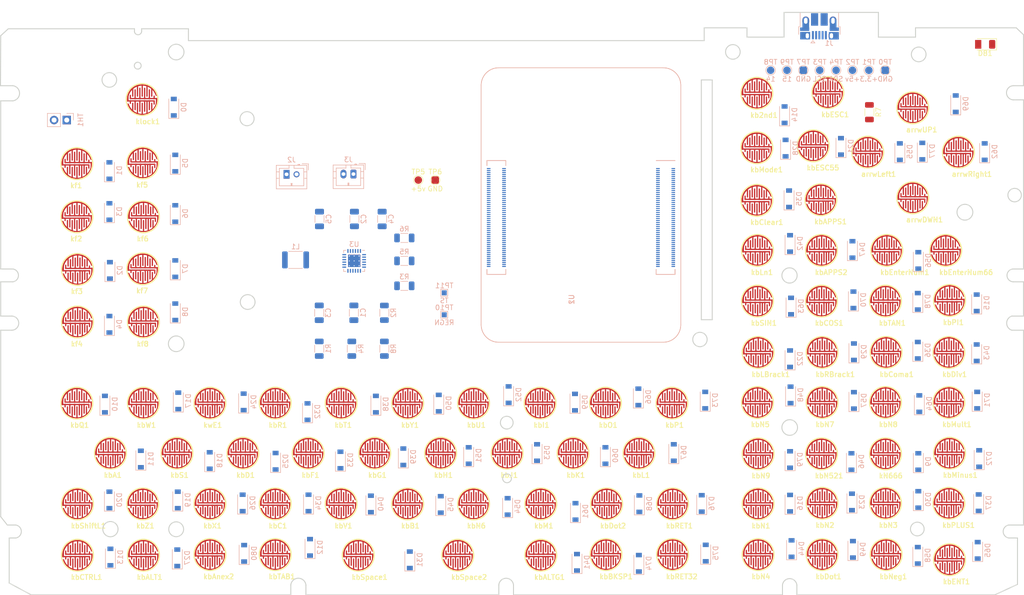
<source format=kicad_pcb>
(kicad_pcb (version 20210228) (generator pcbnew)
  (layers (0 "F.Cu" signal) (31 "B.Cu" signal) (34 "B.Paste" user) (35 "F.Paste" user) (36 "B.SilkS" user "B.Silkscreen") (37 "F.SilkS" user "F.Silkscreen") (38 "B.Mask" user) (39 "F.Mask" user) (44 "Edge.Cuts" user))
  (net 0 "")
  (net 1 "col9")
  (net 2 "col6")
  (net 3 "col7")
  (net 4 "col8")
  (net 5 "col0")
  (net 6 "col2")
  (net 7 "col4")
  (net 8 "col5")
  (net 9 "col3")
  (net 10 "col1")
  (net 14 "+5")
  (net 16 "GND")
  (net 17 "SDA")
  (net 18 "SCL")
  (net 20 "+3.3")
  (net 28 "Net-(D0-Pad2)")
  (net 32 "Net-(D2-Pad2)")
  (net 33 "Net-(D3-Pad2)")
  (net 34 "Net-(D4-Pad2)")
  (net 35 "Net-(D5-Pad2)")
  (net 36 "Net-(D6-Pad2)")
  (net 37 "Net-(D7-Pad2)")
  (net 39 "Net-(D8-Pad2)")
  (net 40 "Net-(D9-Pad2)")
  (net 44 "Net-(D10-Pad2)")
  (net 45 "Net-(D11-Pad2)")
  (net 46 "Net-(D12-Pad2)")
  (net 47 "Net-(D13-Pad2)")
  (net 52 "row0")
  (net 53 "row1")
  (net 54 "row2")
  (net 55 "row3")
  (net 60 "row4")
  (net 61 "row5")
  (net 62 "row6")
  (net 63 "row7")
  (net 67 "Net-(D1-Pad2)")
  (net 70 "Net-(D14-Pad2)")
  (net 71 "Net-(D15-Pad2)")
  (net 72 "Net-(D16-Pad2)")
  (net 73 "Net-(D17-Pad2)")
  (net 74 "Net-(D18-Pad2)")
  (net 75 "Net-(D19-Pad2)")
  (net 76 "Net-(D20-Pad2)")
  (net 77 "Net-(D21-Pad2)")
  (net 78 "Net-(D22-Pad2)")
  (net 79 "Net-(D23-Pad2)")
  (net 80 "Net-(D24-Pad2)")
  (net 81 "Net-(D25-Pad2)")
  (net 82 "Net-(D26-Pad2)")
  (net 83 "Net-(D27-Pad2)")
  (net 84 "Net-(D28-Pad2)")
  (net 85 "Net-(D29-Pad2)")
  (net 86 "Net-(D30-Pad2)")
  (net 87 "Net-(D31-Pad2)")
  (net 88 "Net-(D32-Pad2)")
  (net 89 "Net-(D33-Pad2)")
  (net 90 "Net-(D34-Pad2)")
  (net 91 "Net-(D35-Pad2)")
  (net 92 "Net-(D36-Pad2)")
  (net 93 "Net-(D37-Pad2)")
  (net 94 "Net-(D38-Pad2)")
  (net 95 "Net-(D39-Pad2)")
  (net 96 "Net-(D40-Pad2)")
  (net 97 "Net-(D41-Pad2)")
  (net 98 "Net-(D42-Pad2)")
  (net 99 "Net-(D43-Pad2)")
  (net 100 "Net-(D44-Pad2)")
  (net 101 "Net-(D45-Pad2)")
  (net 102 "Net-(D46-Pad2)")
  (net 103 "Net-(D47-Pad2)")
  (net 104 "Net-(D48-Pad2)")
  (net 105 "Net-(D49-Pad2)")
  (net 106 "Net-(D50-Pad2)")
  (net 107 "Net-(D51-Pad2)")
  (net 108 "Net-(D52-Pad2)")
  (net 109 "Net-(D53-Pad2)")
  (net 110 "Net-(D54-Pad2)")
  (net 111 "Net-(D55-Pad2)")
  (net 112 "Net-(D56-Pad2)")
  (net 113 "Net-(D57-Pad2)")
  (net 114 "Net-(D58-Pad2)")
  (net 115 "Net-(D59-Pad2)")
  (net 116 "Net-(D60-Pad2)")
  (net 117 "Net-(D61-Pad2)")
  (net 118 "Net-(D62-Pad2)")
  (net 119 "Net-(D63-Pad2)")
  (net 120 "Net-(D64-Pad2)")
  (net 121 "Net-(D65-Pad2)")
  (net 122 "Net-(D66-Pad2)")
  (net 123 "Net-(D67-Pad2)")
  (net 124 "Net-(D68-Pad2)")
  (net 125 "Net-(D69-Pad2)")
  (net 126 "Net-(D70-Pad2)")
  (net 127 "Net-(D71-Pad2)")
  (net 128 "Net-(D72-Pad2)")
  (net 129 "Net-(D73-Pad2)")
  (net 130 "Net-(D74-Pad2)")
  (net 131 "Net-(D75-Pad2)")
  (net 132 "Net-(D76-Pad2)")
  (net 133 "Net-(D77-Pad2)")
  (net 134 "Net-(D78-Pad2)")
  (net 135 "Net-(D79-Pad2)")
  (net 136 "Net-(D80-Pad2)")
  (net 138 "Net-(U3-Pad9)")
  (net 139 "Net-(J2-Pad1)")
  (net 140 "Net-(J1-Pad1)")
  (net 218 "SerialPin15")
  (net 220 "SerialPin14")
  (net 237 "Net-(U1-Pad77)")
  (net 238 "+1.8")
  (net 251 "Net-(U3-Pad2)")
  (net 252 "Net-(D81-Pad2)")
  (net 253 "Net-(U3-Pad13)")
  (net 254 "Net-(U3-Pad7)")
  (net 255 "Net-(U3-Pad11)")
  (net 256 "Net-(U3-Pad10)")
  (net 257 "CCVref")
  (net 258 "!ChargeStatus")
  (net 259 "!PowerGood")
  (net 260 "Net-(U3-Pad21)")
  (net 261 "Net-(U3-Pad17)")
  (net 262 "Net-(U3-Pad12)")
  (net 263 "Net-(U3-Pad8)")
  (net 264 "chargeDisable")
  (footprint "18650:Kbpad" (layer "F.Cu") (at 204.343 100.457)
    (fp_text reference "kbLBrack1")
    (fp_text value "(" hide)
  )
  (footprint "18650:Kbpad" (layer "F.Cu") (at 204.089 59.436)
    (fp_text reference "kbMode1")
    (fp_text value "Mode" hide)
  )
  (footprint "18650:Kbpad" (layer "F.Cu") (at 217.043 80.01)
    (fp_text reference "kbAPPS2")
    (fp_text value "Apps" hide)
  )
  (footprint "18650:Kbpad" (layer "F.Cu") (at 67.818 110.617)
    (fp_text reference "kbQ1")
    (fp_text value "Q" hide)
  )
  (footprint "18650:Kbpad" (layer "F.Cu") (at 217.17 110.49)
    (fp_text reference "kbN7")
    (fp_text value "8" hide)
  )
  (footprint "18650:Kbpad" (layer "F.Cu") (at 81.153 141.097)
    (fp_text reference "kbALT1")
    (fp_text value "Alt" hide)
  )
  (footprint "18650:Kbpad" (layer "F.Cu") (at 74.549 120.65)
    (fp_text reference "kbA1")
    (fp_text value "A" hide)
  )
  (footprint "18650:Kbpad" (layer "F.Cu") (at 167.259 120.65)
    (fp_text reference "kbK1")
    (fp_text value "K" hide)
  )
  (footprint "18650:Kbpad" (layer "F.Cu") (at 120.777 130.81)
    (fp_text reference "kbV1")
    (fp_text value "V" hide)
  )
  (footprint "18650:Kbpad" (layer "F.Cu") (at 217.17 140.97)
    (fp_text reference "kbDot1")
    (fp_text value "." hide)
  )
  (footprint "18650:Kbpad" (layer "F.Cu") (at 114.173 120.65)
    (fp_text reference "kbF1")
    (fp_text value "F" hide)
  )
  (footprint "18650:Kbpad" (layer "F.Cu") (at 81.026 62.484)
    (fp_text reference "kf5")
    (fp_text value "F5" hide)
  )
  (footprint "18650:Kbpad" (layer "F.Cu") (at 204.216 80.01)
    (fp_text reference "kbLn1")
    (fp_text value "LN" hide)
  )
  (footprint "18650:Kbpad" (layer "F.Cu") (at 229.87 90.17)
    (fp_text reference "kbTAN1")
    (fp_text value "Tan" hide)
  )
  (footprint "18650:Kbpad" (layer "F.Cu") (at 230.124 80.01)
    (fp_text reference "kbEnterNum1")
    (fp_text value "EnterN" hide)
  )
  (footprint "18650:Kbpad" (layer "F.Cu") (at 160.782 141.097)
    (fp_text reference "kbALTG1")
    (fp_text value "AltG" hide)
  )
  (footprint "18650:Kbpad" (layer "F.Cu") (at 180.467 120.65)
    (fp_text reference "kbL1")
    (fp_text value "L" hide)
  )
  (footprint "18650:Kbpad" (layer "F.Cu") (at 173.99 130.81)
    (fp_text reference "kbDot2")
    (fp_text value "Tet" hide)
  )
  (footprint "18650:Kbpad" (layer "F.Cu") (at 87.884 120.65)
    (fp_text reference "kbS1")
    (fp_text value "S" hide)
  )
  (footprint "18650:Kbpad" (layer "F.Cu") (at 134.112 110.617)
    (fp_text reference "kbY1")
    (fp_text value "Y" hide)
  )
  (footprint "18650:Kbpad" (layer "F.Cu") (at 81.153 94.361)
    (fp_text reference "kf8")
    (fp_text value "F8" hide)
  )
  (footprint "18650:Kbpad" (layer "F.Cu") (at 217.17 130.683)
    (fp_text reference "kbN2")
    (fp_text value "2" hide)
  )
  (footprint "18650:Kbpad" (layer "F.Cu") (at 187.071 110.617)
    (fp_text reference "kbP1")
    (fp_text value "P" hide)
  )
  (footprint "TestPoint:TestPoint_Pad_D1.5mm" (layer "F.Cu") (at 136.4 66)
    (fp_text reference "TP5")
    (fp_text value "+5v")
  )
  (footprint "18650:Kbpad" (layer "F.Cu") (at 67.945 83.82)
    (fp_text reference "kf3")
    (fp_text value "F3" hide)
  )
  (footprint "18650:Kbpad" (layer "F.Cu") (at 204.089 69.977)
    (fp_text reference "kbClear1")
    (fp_text value "Clear" hide)
  )
  (footprint "18650:Kbpad" (layer "F.Cu") (at 154.051 120.65)
    (fp_text reference "kbJ1")
    (fp_text value "J" hide)
  )
  (footprint "18650:Kbpad" (layer "F.Cu") (at 124.206 141.097)
    (fp_text reference "kbSpace1")
    (fp_text value "Space" hide)
  )
  (footprint "18650:Kbpad" (layer "F.Cu") (at 229.87 120.777)
    (fp_text reference "kN666")
    (fp_text value "6" hide)
  )
  (footprint "18650:Kbpad" (layer "F.Cu") (at 67.945 130.81)
    (fp_text reference "kbShiftL1")
    (fp_text value "L-Shift" hide)
  )
  (footprint "18650:Kbpad" (layer "F.Cu") (at 144.145 141.097)
    (fp_text reference "kbSpace2")
    (fp_text value "Space" hide)
  )
  (footprint "18650:Kbpad" (layer "F.Cu") (at 235.331 69.469)
    (fp_text reference "arrwDWN1")
    (fp_text value "ArwDwn" hide)
  )
  (footprint "18650:Kbpad" (layer "F.Cu") (at 242.57 110.49)
    (fp_text reference "kbMult1")
    (fp_text value "*" hide)
  )
  (footprint "TestPoint:TestPoint_Pad_D1.5mm" (layer "F.Cu") (at 139.8 66)
    (fp_text reference "TP6")
    (fp_text value "GND")
  )
  (footprint "18650:Kbpad" (layer "F.Cu") (at 80.899 49.784)
    (fp_text reference "klock1")
    (fp_text value "lock" hide)
  )
  (footprint "18650:Kbpad" (layer "F.Cu") (at 120.777 110.617)
    (fp_text reference "kbT1")
    (fp_text value "T" hide)
  )
  (footprint "18650:Kbpad" (layer "F.Cu") (at 229.87 130.683)
    (fp_text reference "kbN3")
    (fp_text value "3" hide)
  )
  (footprint "18650:Kbpad" (layer "F.Cu") (at 160.782 130.81)
    (fp_text reference "kbM1")
    (fp_text value "M" hide)
  )
  (footprint "18650:Kbpad" (layer "F.Cu") (at 229.87 110.49)
    (fp_text reference "kbN8")
    (fp_text value "9" hide)
  )
  (footprint "18650:Kbpad" (layer "F.Cu") (at 67.818 73.279)
    (fp_text reference "kf2")
    (fp_text value "F2" hide)
  )
  (footprint "18650:Kbpad" (layer "F.Cu") (at 204.216 90.17)
    (fp_text reference "kbSIN1")
    (fp_text value "Sin" hide)
  )
  (footprint "18650:Kbpad" (layer "F.Cu") (at 218.313 48.387)
    (fp_text reference "kbESC1")
    (fp_text value "ESC" hide)
  )
  (footprint "18650:Kbpad" (layer "F.Cu") (at 204.089 48.514)
    (fp_text reference "kb2nd1")
    (fp_text value "2ndUP" hide)
  )
  (footprint "18650:Kbpad" (layer "F.Cu") (at 204.216 110.49)
    (fp_text reference "kbN5")
    (fp_text value "7" hide)
  )
  (footprint "18650:Kbpad" (layer "F.Cu") (at 140.716 120.65)
    (fp_text reference "kbH1")
    (fp_text value "H" hide)
  )
  (footprint "18650:Kbpad" (layer "F.Cu") (at 173.736 110.617)
    (fp_text reference "kbO1")
    (fp_text value "O" hide)
  )
  (footprint "18650:Kbpad" (layer "F.Cu") (at 229.997 140.97)
    (fp_text reference "kbNeg1")
    (fp_text value "(-)" hide)
  )
  (footprint "18650:Kbpad" (layer "F.Cu") (at 81.153 73.279)
    (fp_text reference "kf6")
    (fp_text value "F6" hide)
  )
  (footprint "18650:Kbpad" (layer "F.Cu") (at 204.343 120.777)
    (fp_text reference "kbN9")
    (fp_text value "4" hide)
  )
  (footprint "18650:Kbpad" (layer "F.Cu") (at 127.508 120.65)
    (fp_text reference "kbG1")
    (fp_text value "G" hide)
  )
  (footprint "18650:Kbpad" (layer "F.Cu") (at 244.475 60.325)
    (fp_text reference "arrwRight1")
    (fp_text value "ArwRight" hide)
  )
  (footprint "18650:Kbpad" (layer "F.Cu") (at 81.026 83.693)
    (fp_text reference "kf7")
    (fp_text value "F7" hide)
  )
  (footprint "18650:Kbpad" (layer "F.Cu") (at 67.945 141.097)
    (fp_text reference "kbCTRL1")
    (fp_text value "CTRL" hide)
  )
  (footprint "18650:Kbpad" (layer "F.Cu") (at 204.343 130.81)
    (fp_text reference "kbN1")
    (fp_text value "1" hide)
  )
  (footprint "18650:Kbpad" (layer "F.Cu") (at 216.916 69.85)
    (fp_text reference "kbAPPS1")
    (fp_text value "Apps" hide)
  )
  (footprint "LED_SMD:LED_1206_3216Metric" (layer "F.Cu") (at 250 38.8 180)
    (fp_text reference "D81")
    (fp_text value "CHG/ERR")
  )
  (footprint "18650:Kbpad" (layer "F.Cu") (at 67.945 94.361)
    (fp_text reference "kf4")
    (fp_text value "F4" hide)
  )
  (footprint "18650:Kbpad" (layer "F.Cu") (at 173.863 140.97)
    (fp_text reference "kbBKSP1")
    (fp_text value "BckSp" hide)
  )
  (footprint "18650:Kbpad" (layer "F.Cu") (at 242.697 120.65)
    (fp_text reference "kbMinus1")
    (fp_text value "Minus" hide)
  )
  (footprint "18650:Kbpad" (layer "F.Cu") (at 94.488 130.81)
    (fp_text reference "kbX1")
    (fp_text value "X" hide)
  )
  (footprint "18650:Kbpad" (layer "F.Cu") (at 101.092 120.65)
    (fp_text reference "kbD1")
    (fp_text value "D" hide)
  )
  (footprint "18650:Kbpad" (layer "F.Cu") (at 160.655 110.617)
    (fp_text reference "kbI1")
    (fp_text value "I" hide)
  )
  (footprint "18650:Kbpad" (layer "F.Cu") (at 134.112 130.81)
    (fp_text reference "kbB1")
    (fp_text value "B" hide)
  )
  (footprint "18650:Kbpad" (layer "F.Cu") (at 235.331 51.435)
    (fp_text reference "arrwUP1")
    (fp_text value "ArwUP" hide)
  )
  (footprint "18650:Kbpad" (layer "F.Cu") (at 67.818 62.611)
    (fp_text reference "kf1")
    (fp_text value "F1" hide)
  )
  (footprint "18650:Kbpad" (layer "F.Cu") (at 81.153 110.617)
    (fp_text reference "kbW1")
    (fp_text value "W" hide)
  )
  (footprint "18650:Kbpad" (layer "F.Cu") (at 107.569 140.97)
    (fp_text reference "kbTAB1")
    (fp_text value "TAB" hide)
  )
  (footprint "18650:Kbpad" (layer "F.Cu") (at 226.314 60.325)
    (fp_text reference "arrwLeft1")
    (fp_text value "ArwLeft" hide)
  )
  (footprint "18650:Kbpad" (layer "F.Cu") (at 241.935 80.01)
    (fp_text reference "kbEnterNum66")
    (fp_text value "EnterN" hide)
  )
  (footprint "18650:Kbpad" (layer "F.Cu") (at 242.697 141.986)
    (fp_text reference "kbENT1")
    (fp_text value "ENTER" hide)
  )
  (footprint "18650:Kbpad" (layer "F.Cu") (at 204.343 140.97)
    (fp_text reference "kbN4")
    (fp_text value "0" hide)
  )
  (footprint "18650:Kbpad" (layer "F.Cu") (at 107.569 110.617)
    (fp_text reference "kbR1")
    (fp_text value "R" hide)
  )
  (footprint "18650:Kbpad" (layer "F.Cu") (at 229.997 100.457)
    (fp_text reference "kbComa1")
    (fp_text value "Coma" hide)
  )
  (footprint "18650:Kbpad" (layer "F.Cu") (at 94.488 140.97)
    (fp_text reference "kbAnex2")
    (fp_text value "BTN2" hide)
  )
  (footprint "18650:Kbpad" (layer "F.Cu") (at 215.392 59.055)
    (fp_text reference "kbESC55")
    (fp_text value "ESC" hide)
  )
  (footprint "18650:Kbpad" (layer "F.Cu") (at 217.043 90.17)
    (fp_text reference "kbCOS1")
    (fp_text value "Cos" hide)
  )
  (footprint "18650:Kbpad" (layer "F.Cu") (at 107.569 130.81)
    (fp_text reference "kbC1")
    (fp_text value "C" hide)
  )
  (footprint "Resistor_SMD:R_1206_3216Metric" (layer "F.Cu") (at 226.8 52.4 -90)
    (fp_text reference "R7")
    (fp_text value "10K")
  )
  (footprint "18650:Kbpad" (layer "F.Cu") (at 147.32 110.617)
    (fp_text reference "kbU1")
    (fp_text value "U" hide)
  )
  (footprint "18650:Kbpad" (layer "F.Cu") (at 81.026 130.81)
    (fp_text reference "kbZ1")
    (fp_text value "Z" hide)
  )
  (footprint "18650:Kbpad" (layer "F.Cu") (at 187.198 140.97)
    (fp_text reference "kbRET32")
    (fp_text value "Return" hide)
  )
  (footprint "18650:Kbpad" (layer "F.Cu") (at 217.17 100.457)
    (fp_text reference "kbRBrack1")
    (fp_text value ")" hide)
  )
  (footprint "18650:Kbpad" (layer "F.Cu") (at 242.697 90.043)
    (fp_text reference "kbPI1")
    (fp_text value "PI" hide)
  )
  (footprint "18650:Kbpad" (layer "F.Cu") (at 217.043 120.777)
    (fp_text reference "kbN521")
    (fp_text value "5" hide)
  )
  (footprint "18650:Kbpad" (layer "F.Cu") (at 187.198 130.81)
    (fp_text reference "kbRET1")
    (fp_text value "Return" hide)
  )
  (footprint "18650:Kbpad" (layer "F.Cu") (at 94.488 110.617)
    (fp_text reference "kwE1")
    (fp_text value "E" hide)
  )
  (footprint "18650:Kbpad" (layer "F.Cu") (at 242.57 100.457)
    (fp_text reference "kbDiv1")
    (fp_text value "/" hide)
  )
  (footprint "18650:Kbpad" (layer "F.Cu") (at 147.32 130.81)
    (fp_text reference "kbN6")
    (fp_text value "N" hide)
  )
  (footprint "18650:Kbpad" (layer "F.Cu") (at 242.57 130.683)
    (fp_text reference "kbPLUS1")
    (fp_text value "+" hide)
  )
  (footprint "TestPoint:TestPoint_Pad_1.0x1.0mm" (layer "B.Cu") (at 141.6 93 180)
    (fp_text reference "TP10")
    (fp_text value "REGN")
  )
  (footprint "Capacitor_SMD:C_1206_3216Metric" (layer "B.Cu") (at 129.15 73.8 -90)
    (fp_text reference "C4")
    (fp_text value "1uF")
  )
  (footprint "Diode_SMD:D_SOD-123" (layer "B.Cu") (at 236.5 100.1 90)
    (fp_text reference "D36")
    (fp_text value "1N4148W")
  )
  (footprint "TestPoint:TestPoint_Pad_D1.5mm" (layer "B.Cu") (at 210.281292 44 180)
    (fp_text reference "TP9")
    (fp_text value "15")
  )
  (footprint "Diode_SMD:D_SOD-123" (layer "B.Cu") (at 193.9 110.1 90)
    (fp_text reference "D73")
    (fp_text value "1N4148W")
  )
  (footprint "Diode_SMD:D_SOD-123" (layer "B.Cu") (at 211.1 91.25 90)
    (fp_text reference "D63")
    (fp_text value "1N4148W")
  )
  (footprint "Diode_SMD:D_SOD-123" (layer "B.Cu") (at 73.6 110.9 90)
    (fp_text reference "D10")
    (fp_text value "1N4148W")
  )
  (footprint "Diode_SMD:D_SOD-123" (layer "B.Cu") (at 120.8 122.1 90)
    (fp_text reference "D33")
    (fp_text value "1N4148W")
  )
  (footprint "Diode_SMD:D_SOD-123" (layer "B.Cu") (at 133.4 121.45 90)
    (fp_text reference "D39")
    (fp_text value "1N4148W")
  )
  (footprint "Diode_SMD:D_SOD-123" (layer "B.Cu") (at 114.2 112.4 90)
    (fp_text reference "D32")
    (fp_text value "1N4148W")
  )
  (footprint "TestPoint:TestPoint_Pad_D1.5mm" (layer "B.Cu") (at 226.687752 44 180)
    (fp_text reference "TP1")
    (fp_text value "+3.3")
  )
  (footprint "Diode_SMD:D_SOD-123" (layer "B.Cu") (at 223.5 140 90)
    (fp_text reference "D49")
    (fp_text value "1N4148W")
  )
  (footprint "Diode_SMD:D_SOD-123" (layer "B.Cu") (at 223.7 110.15 90)
    (fp_text reference "D57")
    (fp_text value "1N4148W")
  )
  (footprint "Diode_SMD:D_SOD-123" (layer "B.Cu") (at 223.2 122.4 90)
    (fp_text reference "D46")
    (fp_text value "1N4148W")
  )
  (footprint "Diode_SMD:D_SOD-123" (layer "B.Cu") (at 180.5 109.45 90)
    (fp_text reference "D66")
    (fp_text value "1N4148W")
  )
  (footprint "Diode_SMD:D_SOD-123" (layer "B.Cu") (at 223.7 100.4 90)
    (fp_text reference "D29")
    (fp_text value "1N4148W")
  )
  (footprint "Resistor_SMD:R_1206_3216Metric" (layer "B.Cu") (at 129.6 92.6 90)
    (fp_text reference "R2")
    (fp_text value "5.23K")
  )
  (footprint "Diode_SMD:D_SOD-123" (layer "B.Cu") (at 210.9 101.8 90)
    (fp_text reference "D22")
    (fp_text value "1N4148W")
  )
  (footprint "TestPoint:TestPoint_Pad_1.0x1.0mm" (layer "B.Cu") (at 141.6 88.6 180)
    (fp_text reference "TP11")
    (fp_text value "TS")
  )
  (footprint "Diode_SMD:D_SOD-123" (layer "B.Cu") (at 232.9 60.3 90)
    (fp_text reference "D55")
    (fp_text value "1N4148W")
  )
  (footprint "Diode_SMD:D_SOD-123" (layer "B.Cu") (at 154.5 109 90)
    (fp_text reference "D52")
    (fp_text value "1N4148W")
  )
  (footprint "Diode_SMD:D_SOD-123" (layer "B.Cu") (at 88.3 110.25 90)
    (fp_text reference "D17")
    (fp_text value "1N4148W")
  )
  (footprint "Capacitor_SMD:C_1206_3216Metric" (layer "B.Cu") (at 123.49 92.6 90)
    (fp_text reference "C1")
    (fp_text value "4.7 uF")
  )
  (footprint "Diode_SMD:D_SOD-123" (layer "B.Cu") (at 236.6 82.1 90)
    (fp_text reference "D56")
    (fp_text value "1N4148W")
  )
  (footprint "Diode_SMD:D_SOD-123" (layer "B.Cu") (at 101.2 130.7 90)
    (fp_text reference "D26")
    (fp_text value "1N4148W")
  )
  (footprint "Connector_USB:USB_Micro-B_Amphenol_10103594-0001LF_Horizontal" (layer "B.Cu") (at 216.8 35.2)
    (fp_text reference "J1")
    (fp_text value "USB_B")
  )
  (footprint "Diode_SMD:D_SOD-123" (layer "B.Cu") (at 210.7 69.75 90)
    (fp_text reference "D35")
    (fp_text value "1N4148W")
  )
  (footprint "Diode_SMD:D_SOD-123" (layer "B.Cu") (at 94.6 122.2 90)
    (fp_text reference "D18")
    (fp_text value "1N4148W")
  )
  (footprint "Diode_SMD:D_SOD-123" (layer "B.Cu") (at 210 59.6 90)
    (fp_text reference "D28")
    (fp_text value "1N4148W")
  )
  (footprint "Diode_SMD:D_SOD-123" (layer "B.Cu") (at 74.5 64.1 90)
    (fp_text reference "D1")
    (fp_text value "1N4148W")
  )
  (footprint "Diode_SMD:D_SOD-123" (layer "B.Cu") (at 237.4 60.2 90)
    (fp_text reference "D77")
    (fp_text value "1N4148W")
  )
  (footprint "Resistor_SMD:R_1206_3216Metric" (layer "B.Cu") (at 123.075 99.8 90)
    (fp_text reference "R4")
    (fp_text value "CALC")
  )
  (footprint "Diode_SMD:D_SOD-123" (layer "B.Cu") (at 87.7 83.75 90)
    (fp_text reference "D7")
    (fp_text value "1N4148W")
  )
  (footprint "Diode_SMD:D_SOD-123" (layer "B.Cu") (at 211.2 139.85 90)
    (fp_text reference "D44")
    (fp_text value "1N4148W")
  )
  (footprint "Diode_SMD:D_SOD-123" (layer "B.Cu") (at 167.8 110.5 90)
    (fp_text reference "D59")
    (fp_text value "1N4148W")
  )
  (footprint "Diode_SMD:D_SOD-123" (layer "B.Cu") (at 248.7 130.65 90)
    (fp_text reference "D37")
    (fp_text value "1N4148W")
  )
  (footprint "Diode_SMD:D_SOD-123" (layer "B.Cu") (at 74.5 94.9 90)
    (fp_text reference "D4")
    (fp_text value "1N4148W")
  )
  (footprint "Diode_SMD:D_SOD-123" (layer "B.Cu") (at 101.4 110.45 90)
    (fp_text reference "D24")
    (fp_text value "1N4148W")
  )
  (footprint "Diode_SMD:D_SOD-123" (layer "B.Cu") (at 209.8 52.9 90)
    (fp_text reference "D14")
    (fp_text value "1N4148W")
  )
  (footprint "Diode_SMD:D_SOD-123" (layer "B.Cu") (at 180.7 130.85 90)
    (fp_text reference "D68")
    (fp_text value "1N4148W")
  )
  (footprint "Diode_SMD:D_SOD-123" (layer "B.Cu") (at 210.9 78.7 90)
    (fp_text reference "D42")
    (fp_text value "1N4148W")
  )
  (footprint "Connector_PinSocket_2.54mm:PinSocket_1x02_P2.54mm_Vertical" (layer "B.Cu") (at 65.95 53.975 90)
    (fp_text reference "TH1")
    (fp_text value "10K")
  )
  (footprint "Diode_SMD:D_SOD-123" (layer "B.Cu") (at 160.2 120.6 90)
    (fp_text reference "D53")
    (fp_text value "1N4148W")
  )
  (footprint "Diode_SMD:D_SOD-123" (layer "B.Cu") (at 87.7 72.7 90)
    (fp_text reference "D6")
    (fp_text value "1N4148W")
  )
  (footprint "TestPoint:TestPoint_Pad_D1.5mm" (layer "B.Cu") (at 216.843876 44 180)
    (fp_text reference "TP3")
    (fp_text value "SCL")
  )
  (footprint "Diode_SMD:D_SOD-123" (layer "B.Cu") (at 248.3 90.6 90)
    (fp_text reference "D15")
    (fp_text value "1N4148W")
  )
  (footprint "Diode_SMD:D_SOD-123" (layer "B.Cu") (at 236.5 90.3 90)
    (fp_text reference "D78")
    (fp_text value "1N4148W")
  )
  (footprint "Diode_SMD:D_SOD-123" (layer "B.Cu") (at 180.6 142.8 90)
    (fp_text reference "D74")
    (fp_text value "1N4148W")
  )
  (footprint "Diode_SMD:D_SOD-123" (layer "B.Cu") (at 126.9 130.9 90)
    (fp_text reference "D40")
    (fp_text value "1N4148W")
  )
  (footprint "Diode_SMD:D_SOD-123" (layer "B.Cu") (at 236.5 141.2 90)
    (fp_text reference "D58")
    (fp_text value "1N4148W")
  )
  (footprint "Diode_SMD:D_SOD-123" (layer "B.Cu") (at 114.4 130.7 90)
    (fp_text reference "D34")
    (fp_text value "1N4148W")
  )
  (footprint "Capacitor_SMD:C_1206_3216Metric" (layer "B.Cu") (at 116.55 92.6 -90)
    (fp_text reference "C3")
    (fp_text value "47nF")
  )
  (footprint "Diode_SMD:D_SOD-123" (layer "B.Cu") (at 74.5 72.3 90)
    (fp_text reference "D3")
    (fp_text value "1N4148W")
  )
  (footprint "Diode_SMD:D_SOD-123" (layer "B.Cu") (at 187.6 120.6 90)
    (fp_text reference "D67")
    (fp_text value "1N4148W")
  )
  (footprint "Diode_SMD:D_SOD-123" (layer "B.Cu") (at 101.5 140.8 90)
    (fp_text reference "D80")
    (fp_text value "1N4148W")
  )
  (footprint "Diode_SMD:D_SOD-123" (layer "B.Cu") (at 248.4 110.1 90)
    (fp_text reference "D71")
    (fp_text value "1N4148W")
  )
  (footprint "Diode_SMD:D_SOD-123" (layer "B.Cu") (at 114.7 139.6 90)
    (fp_text reference "D12")
    (fp_text value "1N4148W")
  )
  (footprint "Diode_SMD:D_SOD-123" (layer "B.Cu") (at 193.2 130.8 90)
    (fp_text reference "D76")
    (fp_text value "1N4148W")
  )
  (footprint "Diode_SMD:D_SOD-123" (layer "B.Cu") (at 210.9 130.75 90)
    (fp_text reference "D16")
    (fp_text value "1N4148W")
  )
  (footprint "Diode_SMD:D_SOD-123" (layer "B.Cu") (at 154.3 131.4 90)
    (fp_text reference "D54")
    (fp_text value "1N4148W")
  )
  (footprint "TestPoint:TestPoint_Pad_D1.5mm" (layer "B.Cu") (at 213.562584 43.995875 180)
    (fp_text reference "TP7")
    (fp_text value "GND")
  )
  (footprint "Diode_SMD:D_SOD-123" (layer "B.Cu") (at 236.6 122.4 90)
    (fp_text reference "D9")
    (fp_text value "1N4148W")
  )
  (footprint "Inductor_SMD:L_1812_4532Metric" (layer "B.Cu") (at 111.8 82 180)
    (fp_text reference "L1")
    (fp_text value "1uH")
  )
  (footprint "Diode_SMD:D_SOD-123" (layer "B.Cu") (at 140.5 110.7 90)
    (fp_text reference "D50")
    (fp_text value "1N4148W")
  )
  (footprint "Diode_SMD:D_SOD-123" (layer "B.Cu") (at 88.2 130.1 90)
    (fp_text reference "D19")
    (fp_text value "1N4148W")
  )
  (footprint "Package_DFN_QFN:VQFN-24-1EP_4x4mm_P0.5mm_EP2.45x2.45mm_ThermalVias" (layer "B.Cu") (at 123.55 82.2 180)
    (fp_text reference "U3")
    (fp_text value "BQ25887RGET")
  )
  (footprint "Connector_JST:JST_PH_B2B-PH-K_1x02_P2.00mm_Vertical" (layer "B.Cu") (at 123.4 64.8 180)
    (fp_text reference "J3")
    (fp_text value "Conn_01x02")
  )
  (footprint "Diode_SMD:D_SOD-123" (layer "B.Cu") (at 87.7 62.6 90)
    (fp_text reference "D5")
    (fp_text value "1N4148W")
  )
  (footprint "TestPoint:TestPoint_Pad_D1.5mm" (layer "B.Cu") (at 223.40646 44 180)
    (fp_text reference "TP2")
    (fp_text value "+5v")
  )
  (footprint "Diode_SMD:D_SOD-123" (layer "B.Cu") (at 87.7 92.4 90)
    (fp_text reference "D8")
    (fp_text value "1N4148W")
  )
  (footprint "Diode_SMD:D_SOD-123" (layer "B.Cu") (at 140.9 131 90)
    (fp_text reference "D45")
    (fp_text value "1N4148W")
  )
  (footprint "Diode_SMD:D_SOD-123" (layer "B.Cu") (at 221.1 59.25 90)
    (fp_text reference "D21")
    (fp_text value "1N4148W")
  )
  (footprint "Diode_SMD:D_SOD-123" (layer "B.Cu") (at 74.7 141.55 90)
    (fp_text reference "D13")
    (fp_text value "1N4148W")
  )
  (footprint "Diode_SMD:D_SOD-123" (layer "B.Cu") (at 80.8 121.9 90)
    (fp_text reference "D11")
    (fp_text value "1N4148W")
  )
  (footprint "Resistor_SMD:R_1206_3216Metric" (layer "B.Cu") (at 116.55 99.8 90)
    (fp_text reference "R1")
    (fp_text value "30.1K")
  )
  (footprint "Diode_SMD:D_SOD-123" (layer "B.Cu") (at 74.6 84.1 90)
    (fp_text reference "D2")
    (fp_text value "1N4148W")
  )
  (footprint "CM4:Raspberry-Pi-4-Compute-Module" (layer "B.Cu") (at 169 73.5 180)
    (fp_text reference "U1")
    (fp_text value "Compute_Module_4_Connectors")
  )
  (footprint "Diode_SMD:D_SOD-123" (layer "B.Cu") (at 194 140.75 90)
    (fp_text reference "D75")
    (fp_text value "1N4148W")
  )
  (footprint "Diode_SMD:D_SOD-123" (layer "B.Cu") (at 87.4 51.4 90)
    (fp_text reference "D0")
    (fp_text value "1N4148W")
  )
  (footprint "Diode_SMD:D_SOD-123" (layer "B.Cu") (at 167.9 132.4 90)
    (fp_text reference "D61")
    (fp_text value "1N4148W")
  )
  (footprint "CM4:Raspberry-Pi-4-Compute-Module" (layer "B.Cu") (at 169 73.5 180)
    (fp_text reference "U2")
    (fp_text value "Compute_Module_4_Connectors")
  )
  (footprint "TestPoint:TestPoint_Pad_D1.5mm" (layer "B.Cu") (at 220.125168 44 180)
    (fp_text reference "TP4")
    (fp_text value "SDA")
  )
  (footprint "Diode_SMD:D_SOD-123" (layer "B.Cu") (at 173.9 121.2 90)
    (fp_text reference "D60")
    (fp_text value "1N4148W")
  )
  (footprint "Resistor_SMD:R_1206_3216Metric" (layer "B.Cu") (at 133.6 87.2 180)
    (fp_text reference "R3")
    (fp_text value "383")
  )
  (footprint "Capacitor_SMD:C_1206_3216Metric" (layer "B.Cu") (at 116.6 73.8 90)
    (fp_text reference "C5")
    (fp_text value "10 uF")
  )
  (footprint "Diode_SMD:D_SOD-123" (layer "B.Cu") (at 248.5 140.2 90)
    (fp_text reference "D65")
    (fp_text value "1N4148W")
  )
  (footprint "Diode_SMD:D_SOD-123" (layer "B.Cu") (at 146.5 121.2 90)
    (fp_text reference "D51")
    (fp_text value "1N4148W")
  )
  (footprint "Diode_SMD:D_SOD-123" (layer "B.Cu") (at 223.3 130.5 90)
    (fp_text reference "D23")
    (fp_text value "1N4148W")
  )
  (footprint "Diode_SMD:D_SOD-123" (layer "B.Cu") (at 236.6 130 90)
    (fp_text reference "D30")
    (fp_text value "1N4148W")
  )
  (footprint "Diode_SMD:D_SOD-123" (layer "B.Cu") (at 236.8 110.8 90)
    (fp_text reference "D64")
    (fp_text value "1N4148W")
  )
  (footprint "Diode_SMD:D_SOD-123" (layer "B.Cu") (at 127.9 110.9 90)
    (fp_text reference "D38")
    (fp_text value "1N4148W")
  )
  (footprint "Diode_SMD:D_SOD-123" (layer "B.Cu") (at 134.7 142.1 90)
    (fp_text reference "D31")
    (fp_text value "1N4148W")
  )
  (footprint "Diode_SMD:D_SOD-123" (layer "B.Cu") (at 107.8 122.35 90)
    (fp_text reference "D25")
    (fp_text value "1N4148W")
  )
  (footprint "Diode_SMD:D_SOD-123" (layer "B.Cu") (at 74.5 130.1 90)
    (fp_text reference "D20")
    (fp_text value "1N4148W")
  )
  (footprint "Connector_JST:JST_PH_B2B-PH-K_1x02_P2.00mm_Vertical" (layer "B.Cu") (at 112 64.85 180)
    (fp_text reference "J2")
    (fp_text value "Conn_01x02")
  )
  (footprint "Diode_SMD:D_SOD-123" (layer "B.Cu") (at 223.6 90 90)
    (fp_text reference "D70")
    (fp_text value "1N4148W")
  )
  (footprint "TestPoint:TestPoint_Pad_D1.5mm" (layer "B.Cu") (at 207 44 180)
    (fp_text reference "TP8")
    (fp_text value "14")
  )
  (footprint "Diode_SMD:D_SOD-123" (layer "B.Cu") (at 248.3 100.6 90)
    (fp_text reference "D43")
    (fp_text value "1N4148W")
  )
  (footprint "Capacitor_SMD:C_1206_3216Metric" (layer "B.Cu") (at 123.6 73.8 90)
    (fp_text reference "C2")
    (fp_text value "10 uF")
  )
  (footprint "Diode_SMD:D_SOD-123" (layer "B.Cu") (at 248.8 121.8 90)
    (fp_text reference "D72")
    (fp_text value "1N4148W")
  )
  (footprint "Diode_SMD:D_SOD-123" (layer "B.Cu") (at 210.9 122 90)
    (fp_text reference "D79")
    (fp_text value "1N4148W")
  )
  (footprint "Diode_SMD:D_SOD-123" (layer "B.Cu") (at 211 109.05 90)
    (fp_text reference "D48")
    (fp_text value "1N4148W")
  )
  (footprint "Resistor_SMD:R_1206_3216Metric" (layer "B.Cu") (at 133.6 82.2 180)
    (fp_text reference "R5")
    (fp_text value "10K")
  )
  (footprint "TestPoint:TestPoint_Pad_D1.5mm" (layer "B.Cu") (at 229.969048 44 180)
    (fp_text reference "TP0")
    (fp_text value "GND")
  )
  (footprint "Resistor_SMD:R_1206_3216Metric" (layer "B.Cu") (at 129.6 99.8 90)
    (fp_text reference "R8")
    (fp_text value "300")
  )
  (footprint "Diode_SMD:D_SOD-123" (layer "B.Cu") (at 244.1 50.7 90)
    (fp_text reference "D69")
    (fp_text value "1N4148W")
  )
  (footprint "Diode_SMD:D_SOD-123" (layer "B.Cu") (at 249.9 60.3 90)
    (fp_text reference "D62")
    (fp_text value "1N4148W")
  )
  (footprint "Diode_SMD:D_SOD-123" (layer "B.Cu") (at 88.1 141.7 90)
    (fp_text reference "D27")
    (fp_text value "1N4148W")
  )
  (footprint "Diode_SMD:D_SOD-123" (layer "B.Cu") (at 223.4 79.9 90)
    (fp_text reference "D47")
    (fp_text value "1N4148W")
  )
  (footprint "Resistor_SMD:R_1206_3216Metric" (layer "B.Cu") (at 133.6 77.6)
    (fp_text reference "R6")
    (fp_text value "10K")
  )
  (footprint "Diode_SMD:D_SOD-123" (layer "B.Cu") (at 168.2 142.6 90)
    (fp_text reference "D41")
    (fp_text value "1N4148W")
  )
  (gr_circle (center 87.878047 40.344488) (end 89.444787 40.344488) (layer "Edge.Cuts") (width 0.2) (fill none))
  (gr_line (start 79.511033 36.156607) (end 79.511033 35.679961) (layer "Edge.Cuts") (width 0.2))
  (gr_line (start 255.606555 83.823101) (end 257.689234 83.823101) (layer "Edge.Cuts") (width 0.2))
  (gr_line (start 110.846228 149.119453) (end 110.846228 147.163339) (layer "Edge.Cuts") (width 0.2))
  (gr_circle (center 74.483398 45.931651) (end 75.949141 45.931651) (layer "Edge.Cuts") (width 0.2) (fill none))
  (gr_arc (start 210.82 147.32) (end 212.262719 147.163339) (angle -167.6054087) (layer "Edge.Cuts") (width 0.2))
  (gr_line (start 209.377282 149.119453) (end 209.377282 147.163339) (layer "Edge.Cuts") (width 0.2))
  (gr_line (start 193.118721 45.931651) (end 193.118721 93.981961) (layer "Edge.Cuts") (width 0.2))
  (gr_line (start 54.04491 135.132346) (end 55.745854 135.132346) (layer "Edge.Cuts") (width 0.2))
  (gr_line (start 152.531859 149.119453) (end 152.531859 147.163339) (layer "Edge.Cuts") (width 0.2))
  (gr_circle (center 154.125536 114.61403) (end 155.404122 114.61403) (layer "Edge.Cuts") (width 0.2) (fill none))
  (gr_line (start 255.331018 93.260233) (end 257.689234 93.260233) (layer "Edge.Cuts") (width 0.2))
  (gr_line (start 257.689234 96.090722) (end 255.331018 96.090722) (layer "Edge.Cuts") (width 0.2))
  (gr_line (start 193.118721 93.981961) (end 195.303758 93.981961) (layer "Edge.Cuts") (width 0.2))
  (gr_line (start 52.717112 93.260233) (end 54.959219 93.260233) (layer "Edge.Cuts") (width 0.2))
  (gr_line (start 54.959219 96.090722) (end 52.717112 96.090722) (layer "Edge.Cuts") (width 0.2))
  (gr_line (start 193.694947 38.05739) (end 90.332734 38.05739) (layer "Edge.Cuts") (width 0.2))
  (gr_circle (center 192.840498 97.951596) (end 194.284512 97.951596) (layer "Edge.Cuts") (width 0.2) (fill none))
  (gr_circle (center 199.435898 40.316777) (end 200.901773 40.316777) (layer "Edge.Cuts") (width 0.2) (fill none))
  (gr_line (start 54.421544 137.726318) (end 54.421544 146.763476) (layer "Edge.Cuts") (width 0.2))
  (gr_circle (center 102.206153 90.441791) (end 103.68554 90.441791) (layer "Edge.Cuts") (width 0.2) (fill none))
  (gr_line (start 113.877101 149.119453) (end 152.531859 149.119453) (layer "Edge.Cuts") (width 0.2))
  (gr_line (start 255.606555 47.090876) (end 257.689234 47.090876) (layer "Edge.Cuts") (width 0.2))
  (gr_line (start 195.303758 45.931651) (end 193.118721 45.931651) (layer "Edge.Cuts") (width 0.2))
  (gr_line (start 251.944476 149.119453) (end 256.471212 147.020908) (layer "Edge.Cuts") (width 0.2))
  (gr_circle (center 74.701449 135.95338) (end 76.228335 135.95338) (layer "Edge.Cuts") (width 0.2) (fill none))
  (gr_arc (start 255.79535 94.675477) (end 255.331018 93.260233) (angle -143.6713864) (layer "Edge.Cuts") (width 0.2))
  (gr_line (start 257.689234 83.823101) (end 257.689234 49.923788) (layer "Edge.Cuts") (width 0.2))
  (gr_line (start 54.421544 146.763476) (end 58.807415 149.119453) (layer "Edge.Cuts") (width 0.2))
  (gr_line (start 257.689234 47.090876) (end 257.689234 36.881652) (layer "Edge.Cuts") (width 0.2))
  (gr_line (start 212.262719 149.119453) (end 251.944476 149.119453) (layer "Edge.Cuts") (width 0.2))
  (gr_line (start 254.728595 135.132346) (end 257.689234 135.132346) (layer "Edge.Cuts") (width 0.2))
  (gr_line (start 257.689234 135.132346) (end 257.689234 96.090722) (layer "Edge.Cuts") (width 0.2))
  (gr_line (start 52.717112 86.388986) (end 52.717112 93.260233) (layer "Edge.Cuts") (width 0.2))
  (gr_line (start 52.717112 133.461221) (end 54.04491 135.132346) (layer "Edge.Cuts") (width 0.2))
  (gr_line (start 113.877101 147.163339) (end 113.877101 149.119453) (layer "Edge.Cuts") (width 0.2))
  (gr_circle (center 236.679784 40.819986) (end 238.151394 40.819986) (layer "Edge.Cuts") (width 0.2) (fill none))
  (gr_arc (start 255.690745 48.507332) (end 255.606555 47.090876) (angle -173.1970275) (layer "Edge.Cuts") (width 0.2))
  (gr_line (start 202.267532 37.359827) (end 202.267532 35.489194) (layer "Edge.Cuts") (width 0.2))
  (gr_line (start 54.241741 35.679961) (end 52.717112 37.069415) (layer "Edge.Cuts") (width 0.2))
  (gr_line (start 256.221918 35.489194) (end 236.043554 35.489194) (layer "Edge.Cuts") (width 0.2))
  (gr_arc (start 112.361665 147.31651) (end 113.877101 147.163339) (angle -168.4570531) (layer "Edge.Cuts") (width 0.2))
  (gr_line (start 80.960981 35.679961) (end 80.960981 36.156607) (layer "Edge.Cuts") (width 0.2))
  (gr_line (start 55.171351 86.388986) (end 52.717112 86.388986) (layer "Edge.Cuts") (width 0.2))
  (gr_line (start 257.689234 93.260233) (end 257.689234 86.388986) (layer "Edge.Cuts") (width 0.2))
  (gr_circle (center 245.939281 72.444126) (end 247.524355 72.444126) (layer "Edge.Cuts") (width 0.2) (fill none))
  (gr_line (start 55.745854 137.726318) (end 54.421544 137.726318) (layer "Edge.Cuts") (width 0.2))
  (gr_arc (start 80.236007 36.147063) (end 79.511033 36.156607) (angle -178.4914123) (layer "Edge.Cuts") (width 0.2))
  (gr_circle (center 87.88076 135.979552) (end 89.371628 135.979552) (layer "Edge.Cuts") (width 0.2) (fill none))
  (gr_line (start 212.262719 147.163339) (end 212.262719 149.119453) (layer "Edge.Cuts") (width 0.2))
  (gr_circle (center 80.175766 43.078464) (end 80.864428 43.078464) (layer "Edge.Cuts") (width 0.2) (fill none))
  (gr_line (start 52.717112 50.122276) (end 52.717112 83.823101) (layer "Edge.Cuts") (width 0.2))
  (gr_line (start 193.694947 35.489194) (end 193.694947 38.05739) (layer "Edge.Cuts") (width 0.2))
  (gr_circle (center 87.888351 98.810974) (end 89.458259 98.810974) (layer "Edge.Cuts") (width 0.2) (fill none))
  (gr_line (start 257.689234 49.923788) (end 255.606555 49.923788) (layer "Edge.Cuts") (width 0.2))
  (gr_line (start 90.332734 35.679961) (end 80.960981 35.679961) (layer "Edge.Cuts") (width 0.2))
  (gr_line (start 52.717112 96.090722) (end 52.717112 133.461221) (layer "Edge.Cuts") (width 0.2))
  (gr_line (start 58.807415 149.119453) (end 110.846228 149.119453) (layer "Edge.Cuts") (width 0.2))
  (gr_circle (center 154.180538 125.769149) (end 155.067666 125.769149) (layer "Edge.Cuts") (width 0.2) (fill none))
  (gr_circle (center 210.791464 85.116178) (end 212.317255 85.116178) (layer "Edge.Cuts") (width 0.2) (fill none))
  (gr_line (start 55.171351 50.122276) (end 52.717112 50.122276) (layer "Edge.Cuts") (width 0.2))
  (gr_line (start 236.043554 35.489194) (end 236.043554 37.359827) (layer "Edge.Cuts") (width 0.2))
  (gr_line (start 90.332734 38.05739) (end 90.332734 35.679961) (layer "Edge.Cuts") (width 0.2))
  (gr_circle (center 102.083289 53.701064) (end 103.49673 53.701064) (layer "Edge.Cuts") (width 0.2) (fill none))
  (gr_circle (center 255.903099 69.014106) (end 257.255485 69.014106) (layer "Edge.Cuts") (width 0.2) (fill none))
  (gr_line (start 195.303758 93.981961) (end 195.303758 45.931651) (layer "Edge.Cuts") (width 0.2))
  (gr_circle (center 236.400046 135.930695) (end 237.773608 135.930695) (layer "Edge.Cuts") (width 0.2) (fill none))
  (gr_line (start 209.695877 32.4) (end 209.695877 37.359827) (layer "Edge.Cuts") (width 0.2))
  (gr_line (start 155.474869 149.119453) (end 209.377282 149.119453) (layer "Edge.Cuts") (width 0.2))
  (gr_line (start 202.267532 35.489194) (end 193.694947 35.489194) (layer "Edge.Cuts") (width 0.2))
  (gr_line (start 228.60273 37.359827) (end 228.60273 32.4) (layer "Edge.Cuts") (width 0.2))
  (gr_arc (start 255.659573 85.106043) (end 255.606555 83.823101) (angle -175.2671709) (layer "Edge.Cuts") (width 0.2))
  (gr_line (start 236.043554 37.359827) (end 228.60273 37.359827) (layer "Edge.Cuts") (width 0.2))
  (gr_line (start 155.474869 147.163339) (end 155.474869 149.119453) (layer "Edge.Cuts") (width 0.2))
  (gr_line (start 209.695877 37.359827) (end 202.267532 37.359827) (layer "Edge.Cuts") (width 0.2))
  (gr_line (start 256.471212 147.020908) (end 256.471212 137.726318) (layer "Edge.Cuts") (width 0.2))
  (gr_arc (start 154.003364 147.277263) (end 155.474869 147.163339) (angle -171.1460056) (layer "Edge.Cuts") (width 0.2))
  (gr_line (start 228.60273 32.4) (end 209.695877 32.4) (layer "Edge.Cuts") (width 0.2))
  (gr_arc (start 54.913918 94.675477) (end 54.959219 96.090722) (angle -176.3331845) (layer "Edge.Cuts") (width 0.2))
  (gr_arc (start 54.959219 48.606576) (end 55.171351 50.122276) (angle -164.0656825) (layer "Edge.Cuts") (width 0.2))
  (gr_arc (start 54.973749 85.106043) (end 55.171351 86.388986) (angle -162.4879429) (layer "Edge.Cuts") (width 0.2))
  (gr_line (start 79.511033 35.679961) (end 54.241741 35.679961) (layer "Edge.Cuts") (width 0.2))
  (gr_line (start 257.689234 86.388986) (end 255.606555 86.388986) (layer "Edge.Cuts") (width 0.2))
  (gr_circle (center 210.828905 115.588816) (end 212.395558 115.588816) (layer "Edge.Cuts") (width 0.2) (fill none))
  (gr_line (start 256.471212 137.726318) (end 254.728595 137.726318) (layer "Edge.Cuts") (width 0.2))
  (gr_arc (start 55.534702 136.429332) (end 55.745854 137.726318) (angle -161.5064934) (layer "Edge.Cuts") (width 0.2))
  (gr_line (start 52.717112 83.823101) (end 55.171351 83.823101) (layer "Edge.Cuts") (width 0.2))
  (gr_line (start 257.689234 36.881652) (end 256.221918 35.489194) (layer "Edge.Cuts") (width 0.2))
  (gr_line (start 52.673491 47.090876) (end 55.171351 47.090876) (layer "Edge.Cuts") (width 0.2))
  (gr_arc (start 254.921535 136.429332) (end 254.728595 135.132346) (angle -163.0774196) (layer "Edge.Cuts") (width 0.2))
  (gr_line (start 52.717112 37.069415) (end 52.673491 47.090876) (layer "Edge.Cuts") (width 0.2))
)
</source>
